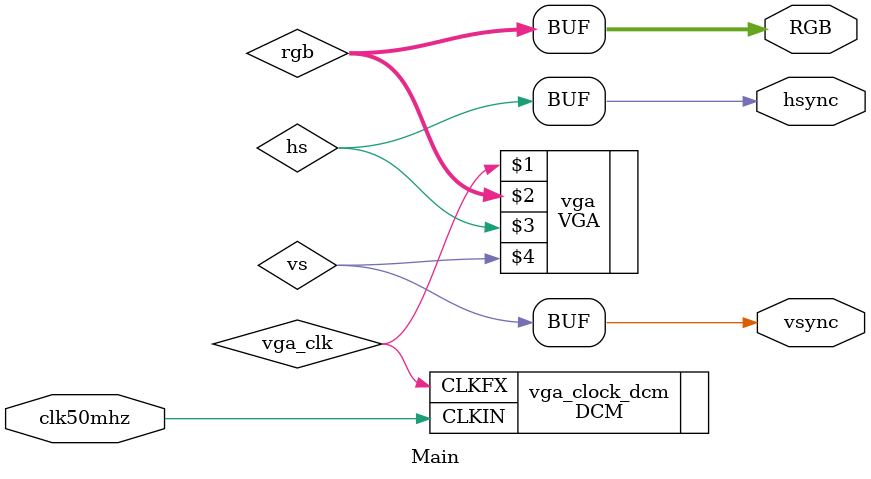
<source format=v>
`timescale 1ns / 1ps
module Main(
		input clk50mhz,
		output [2:0] RGB,
		output hsync,
		output vsync
    );

	wire vga_clk;
	wire [2:0] rgb;
	wire hs;
	wire vs;
	// synthesis attribute CLKFX_DIVIDE of vga_clock_dcm is 4
	// synthesis attribute CLKFX_MULTIPLY of vga_clock_dcm is 2
	DCM vga_clock_dcm (.CLKIN(clk50mhz),.CLKFX(vga_clk));
	
	VGA vga(vga_clk, rgb, hs, vs);
	
	assign RGB = rgb;
	assign hsync = hs;
	assign vsync = vs;
endmodule

</source>
